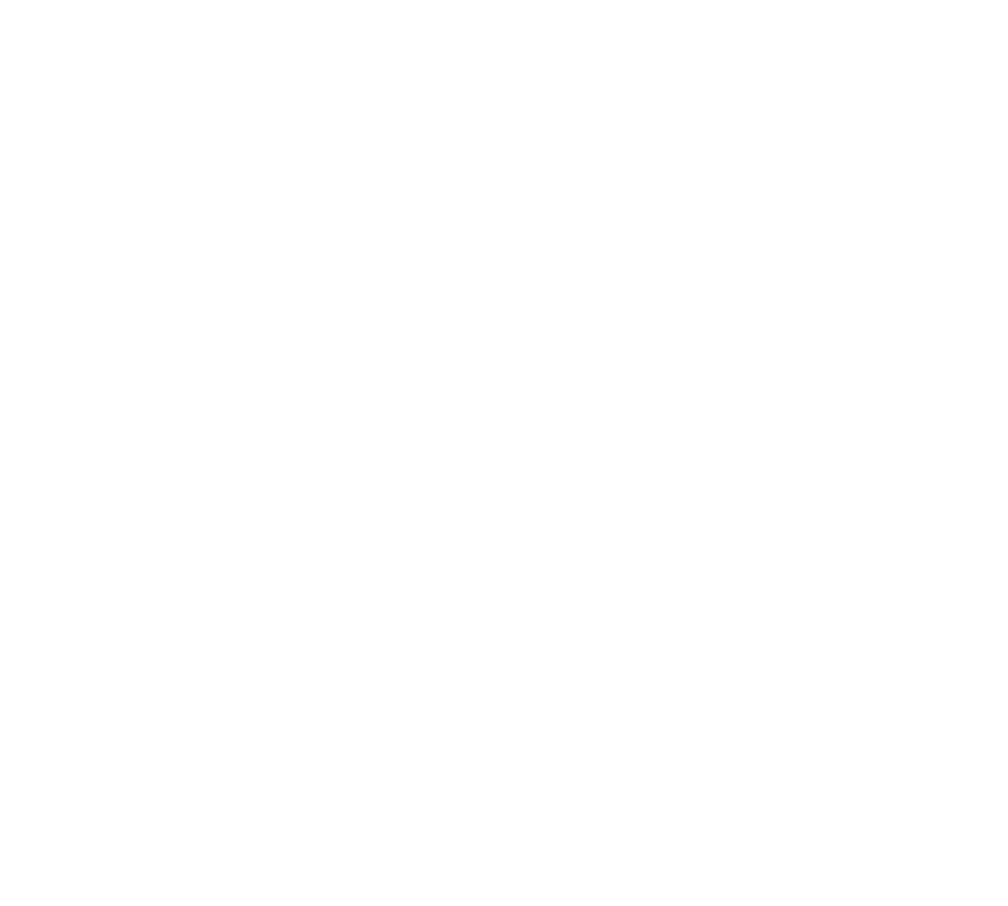
<source format=gbr>
%TF.GenerationSoftware,KiCad,Pcbnew,7.0.9*%
%TF.CreationDate,2024-08-21T19:12:35-06:00*%
%TF.ProjectId,top 40K layer,746f7020-3430-44b2-906c-617965722e6b,rev?*%
%TF.SameCoordinates,Original*%
%TF.FileFunction,Legend,Top*%
%TF.FilePolarity,Positive*%
%FSLAX46Y46*%
G04 Gerber Fmt 4.6, Leading zero omitted, Abs format (unit mm)*
G04 Created by KiCad (PCBNEW 7.0.9) date 2024-08-21 19:12:35*
%MOMM*%
%LPD*%
G01*
G04 APERTURE LIST*
%ADD10C,0.100000*%
%ADD11C,0.150000*%
%ADD12C,3.450000*%
G04 APERTURE END LIST*
D10*
X41013095Y-20600419D02*
X41013095Y-19600419D01*
X41013095Y-20076609D02*
X41584523Y-20076609D01*
X41584523Y-20600419D02*
X41584523Y-19600419D01*
X42584523Y-20600419D02*
X42013095Y-20600419D01*
X42298809Y-20600419D02*
X42298809Y-19600419D01*
X42298809Y-19600419D02*
X42203571Y-19743276D01*
X42203571Y-19743276D02*
X42108333Y-19838514D01*
X42108333Y-19838514D02*
X42013095Y-19886133D01*
X120563095Y-20600419D02*
X120563095Y-19600419D01*
X120563095Y-20076609D02*
X121134523Y-20076609D01*
X121134523Y-20600419D02*
X121134523Y-19600419D01*
X121563095Y-19695657D02*
X121610714Y-19648038D01*
X121610714Y-19648038D02*
X121705952Y-19600419D01*
X121705952Y-19600419D02*
X121944047Y-19600419D01*
X121944047Y-19600419D02*
X122039285Y-19648038D01*
X122039285Y-19648038D02*
X122086904Y-19695657D01*
X122086904Y-19695657D02*
X122134523Y-19790895D01*
X122134523Y-19790895D02*
X122134523Y-19886133D01*
X122134523Y-19886133D02*
X122086904Y-20028990D01*
X122086904Y-20028990D02*
X121515476Y-20600419D01*
X121515476Y-20600419D02*
X122134523Y-20600419D01*
X41013095Y-92590419D02*
X41013095Y-91590419D01*
X41013095Y-92066609D02*
X41584523Y-92066609D01*
X41584523Y-92590419D02*
X41584523Y-91590419D01*
X41965476Y-91590419D02*
X42584523Y-91590419D01*
X42584523Y-91590419D02*
X42251190Y-91971371D01*
X42251190Y-91971371D02*
X42394047Y-91971371D01*
X42394047Y-91971371D02*
X42489285Y-92018990D01*
X42489285Y-92018990D02*
X42536904Y-92066609D01*
X42536904Y-92066609D02*
X42584523Y-92161847D01*
X42584523Y-92161847D02*
X42584523Y-92399942D01*
X42584523Y-92399942D02*
X42536904Y-92495180D01*
X42536904Y-92495180D02*
X42489285Y-92542800D01*
X42489285Y-92542800D02*
X42394047Y-92590419D01*
X42394047Y-92590419D02*
X42108333Y-92590419D01*
X42108333Y-92590419D02*
X42013095Y-92542800D01*
X42013095Y-92542800D02*
X41965476Y-92495180D01*
X120563095Y-92590419D02*
X120563095Y-91590419D01*
X120563095Y-92066609D02*
X121134523Y-92066609D01*
X121134523Y-92590419D02*
X121134523Y-91590419D01*
X122039285Y-91923752D02*
X122039285Y-92590419D01*
X121801190Y-91542800D02*
X121563095Y-92257085D01*
X121563095Y-92257085D02*
X122182142Y-92257085D01*
%LPC*%
D11*
X-10000000Y7500000D02*
X172500000Y7500000D01*
X172500000Y-182500000D01*
X-10000000Y-182500000D01*
X-10000000Y7500000D01*
G36*
X-10000000Y7500000D02*
G01*
X172500000Y7500000D01*
X172500000Y-182500000D01*
X-10000000Y-182500000D01*
X-10000000Y7500000D01*
G37*
D12*
%TO.C,H1*%
X41775000Y-42995000D03*
%TD*%
%TO.C,H2*%
X121325000Y-42995000D03*
%TD*%
%TO.C,H3*%
X41775000Y-114985000D03*
%TD*%
%TO.C,H4*%
X121325000Y-114985000D03*
%TD*%
%LPD*%
M02*

</source>
